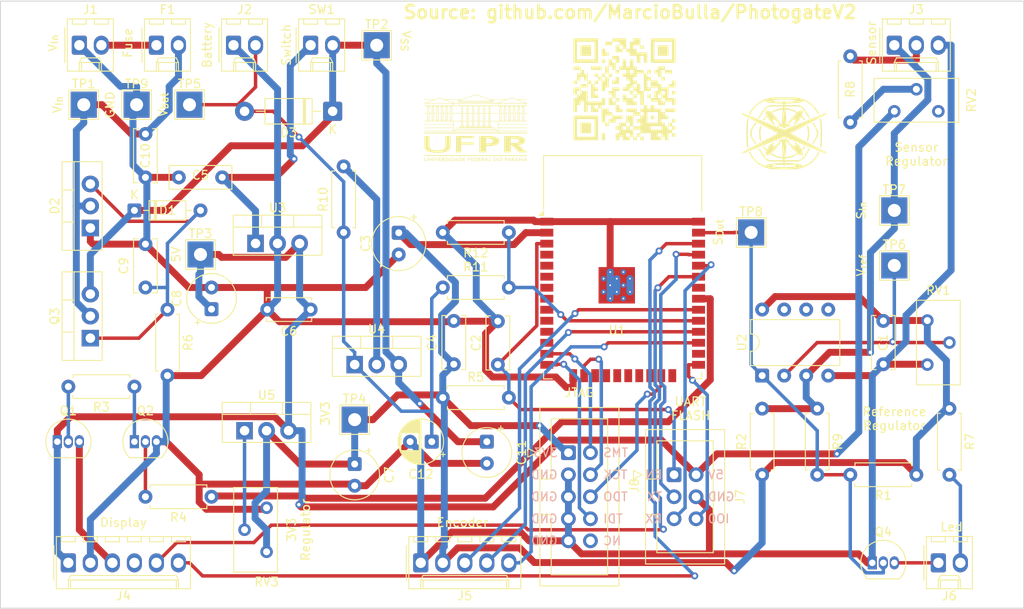
<source format=kicad_pcb>
(kicad_pcb (version 20241229) (generator "pcbnew") (generator_version "9.0")
  (layers (0 "F.Cu" signal) (2 "B.Cu" signal) (13 "F.Paste" user) (15 "B.Paste" user) (5 "F.SilkS" user "F.Silkscreen") (7 "B.SilkS" user "B.Silkscreen") (1 "F.Mask" user) (3 "B.Mask" user) (25 "Edge.Cuts" user))
  (net 0 "")
  (net 1 "/SENSOR")
  (net 2 "GND")
  (net 3 "/EN")
  (net 4 "VSS")
  (net 5 "+3V3")
  (net 6 "+5V")
  (net 7 "Net-(D1-A)")
  (net 8 "Net-(D2-A)")
  (net 9 "VDC")
  (net 10 "/TX")
  (net 11 "/RX")
  (net 12 "/IO0")
  (net 13 "/TMS")
  (net 14 "/TCK")
  (net 15 "/TDO")
  (net 16 "/TDI")
  (net 17 "Net-(J6-Pin_1)")
  (net 18 "Net-(J3-Pin_2)")
  (net 19 "/SDA")
  (net 20 "/SCL")
  (net 21 "/PWM_5V")
  (net 22 "/SW")
  (net 23 "/DT")
  (net 24 "/CLK")
  (net 25 "/PH_K")
  (net 26 "Net-(J6-Pin_2)")
  (net 27 "Net-(Q1-B)")
  (net 28 "Net-(Q2-B)")
  (net 29 "Net-(Q2-C)")
  (net 30 "/PWM_3V3")
  (net 31 "+8V4")
  (net 32 "VDD")
  (net 33 "Net-(R8-Pad2)")
  (net 34 "Net-(U2A--)")
  (net 36 "Net-(U5-ADJ)")
  (net 37 "Net-(D3-A)")
  (net 47 "/V_bat")
  (footprint "Connector_Molex:Molex_KK-254_AE-6410-02A_1x02_P2.54mm_Vertical" (layer "F.Cu") (at 104.14 69.85)
    (property "Reference" "J1")
    (property "Value" "Conn_01x02")
  )
  (footprint "Resistor_THT:R_Axial_DIN0207_L6.3mm_D2.5mm_P7.62mm_Horizontal" (layer "F.Cu") (at 204.47 111.76 -90)
    (property "Reference" "R7")
    (property "Value" "10k")
  )
  (footprint "Connector_IDC:IDC-Header_2x03_P2.54mm_Vertical" (layer "F.Cu") (at 172.72 119.38)
    (property "Reference" "J7")
    (property "Value" "Conn_02x03_Odd_Even")
  )
  (footprint "Potentiometer_THT:Potentiometer_Bourns_3386X_Horizontal" (layer "F.Cu") (at 198.12 77.47 90)
    (property "Reference" "RV2")
    (property "Value" "1k")
  )
  (footprint "Capacitor_THT:CP_Radial_Tantal_D5.5mm_P2.50mm" (layer "F.Cu") (at 151.13 115.57 -90)
    (property "Reference" "C11")
    (property "Value" "10uF")
  )
  (footprint "Diode_THT:D_DO-41_SOD81_P10.16mm_Horizontal" (layer "F.Cu") (at 133.35 77.47 180)
    (property "Reference" "D3")
    (property "Value" "1N4001")
  )
  (footprint "Capacitor_THT:C_Disc_D6.0mm_W2.5mm_P5.00mm" (layer "F.Cu") (at 196.85 101.64 -90)
    (property "Reference" "C1")
    (property "Value" "100nF")
  )
  (footprint "Package_TO_SOT_THT:TO-220-3_Vertical" (layer "F.Cu") (at 123.19 114.3)
    (property "Reference" "U5")
    (property "Value" "LM1117DT-ADJ")
  )
  (footprint "TestPoint:TestPoint_THTPad_3.0x3.0mm_Drill1.5mm" (layer "F.Cu") (at 138.43 69.85)
    (property "Reference" "TP2")
    (property "Value" "TestPoint_Probe")
  )
  (footprint "Capacitor_THT:C_Disc_D6.0mm_W2.5mm_P5.00mm" (layer "F.Cu") (at 111.76 97.79 90)
    (property "Reference" "C9")
    (property "Value" "100nF")
  )
  (footprint "Connector_Molex:Molex_KK-254_AE-6410-02A_1x02_P2.54mm_Vertical" (layer "F.Cu") (at 113.03 69.85)
    (property "Reference" "F1")
    (property "Value" "300mA")
  )
  (footprint "TestPoint:TestPoint_THTPad_3.0x3.0mm_Drill1.5mm" (layer "F.Cu") (at 110.744 76.708)
    (property "Reference" "TP9")
    (property "Value" "TestPoint_Probe")
  )
  (footprint "Capacitor_THT:C_Rect_L7.0mm_W2.5mm_P5.00mm" (layer "F.Cu") (at 120.61 85.09 180)
    (property "Reference" "C5")
    (property "Value" "220nF")
  )
  (footprint "Resistor_THT:R_Axial_DIN0207_L6.3mm_D2.5mm_P7.62mm_Horizontal" (layer "F.Cu") (at 200.66 119.38 180)
    (property "Reference" "R1")
    (property "Value" "10k")
  )
  (footprint "Capacitor_THT:CP_Radial_Tantal_D5.5mm_P2.50mm" (layer "F.Cu") (at 119.38 100.29 90)
    (property "Reference" "C8")
    (property "Value" "10uF")
  )
  (footprint "TestPoint:TestPoint_THTPad_3.0x3.0mm_Drill1.5mm" (layer "F.Cu") (at 118.11 93.98)
    (property "Reference" "TP3")
    (property "Value" "TestPoint_Probe")
  )
  (footprint "LOGO" (layer "F.Cu") (at 167.005 74.93)
    (property "Reference" "QRcode git" (hide yes))
    (property "Value" "LOGO" (hide yes))
  )
  (footprint "Connector_Molex:Molex_KK-254_AE-6410-06A_1x06_P2.54mm_Vertical" (layer "F.Cu") (at 102.87 129.54)
    (property "Reference" "J4")
    (property "Value" "Conn_01x06")
  )
  (footprint "Package_TO_SOT_THT:TO-220-3_Vertical" (layer "F.Cu") (at 105.41 103.632 90)
    (property "Reference" "Q3")
    (property "Value" "IRF4905")
  )
  (footprint "Package_TO_SOT_THT:TO-220-3_Vertical" (layer "F.Cu") (at 105.41 90.932 90)
    (property "Reference" "D2")
    (property "Value" "TIC106")
  )
  (footprint "Resistor_THT:R_Axial_DIN0207_L6.3mm_D2.5mm_P7.62mm_Horizontal" (layer "F.Cu") (at 110.49 109.22 180)
    (property "Reference" "R3")
    (property "Value" "1k")
  )
  (footprint "Capacitor_THT:C_Disc_D6.0mm_W2.5mm_P5.00mm" (layer "F.Cu") (at 111.76 80.09 -90)
    (property "Reference" "C10")
    (property "Value" "100nF")
  )
  (footprint "Connector_Molex:Molex_KK-254_AE-6410-02A_1x02_P2.54mm_Vertical" (layer "F.Cu") (at 121.92 69.85)
    (property "Reference" "J2")
    (property "Value" "Conn_01x02")
  )
  (footprint "Connector_Molex:Molex_KK-254_AE-6410-02A_1x02_P2.54mm_Vertical" (layer "F.Cu") (at 203.2 129.54)
    (property "Reference" "J6")
    (property "Value" "Conn_01x02")
  )
  (footprint "Capacitor_THT:CP_Radial_D5.0mm_P2.50mm" (layer "F.Cu") (at 144.78 115.57 180)
    (property "Reference" "C12")
    (property "Value" "100uF")
  )
  (footprint "Resistor_THT:R_Axial_DIN0207_L6.3mm_D2.5mm_P7.62mm_Horizontal" (layer "F.Cu") (at 189.23 111.76 -90)
    (property "Reference" "R9")
    (property "Value" "50k")
  )
  (footprint "Package_TO_SOT_THT:TO-220-3_Vertical" (layer "F.Cu") (at 135.89 106.68)
    (property "Reference" "U4")
    (property "Value" "LM1117DT-ADJ")
  )
  (footprint "Connector_Molex:Molex_KK-254_AE-6410-02A_1x02_P2.54mm_Vertical" (layer "F.Cu") (at 130.81 69.85)
    (property "Reference" "SW1")
    (property "Value" "Switch")
  )
  (footprint "TestPoint:TestPoint_THTPad_3.0x3.0mm_Drill1.5mm" (layer "F.Cu") (at 104.648 76.708)
    (property "Reference" "TP1")
    (property "Value" "TestPoint_Probe")
  )
  (footprint "Package_TO_SOT_THT:TO-92_Inline" (layer "F.Cu") (at 110.49 115.57)
    (property "Reference" "Q2")
    (property "Value" "2n2222")
  )
  (footprint "Capacitor_THT:C_Disc_D6.0mm_W2.5mm_P5.00mm" (layer "F.Cu") (at 147.32 106.64 90)
    (property "Reference" "C4")
    (property "Value" "100nF")
  )
  (footprint "TestPoint:TestPoint_THTPad_3.0x3.0mm_Drill1.5mm" (layer "F.Cu") (at 198.12 95.25)
    (property "Reference" "TP6")
    (property "Value" "TestPoint_Probe")
  )
  (footprint "Resistor_THT:R_Axial_DIN0207_L6.3mm_D2.5mm_P7.62mm_Horizontal" (layer "F.Cu") (at 153.67 91.44 180)
    (property "Reference" "R12")
    (property "Value" "6k8")
  )
  (footprint "Capacitor_THT:CP_Radial_Tantal_D5.5mm_P2.50mm" (layer "F.Cu") (at 135.89 118.15 -90)
    (property "Reference" "C7")
    (property "Value" "100uF")
  )
  (footprint "Resistor_THT:R_Axial_DIN0207_L6.3mm_D2.5mm_P7.62mm_Horizontal" (layer "F.Cu") (at 134.62 91.44 90)
    (property "Reference" "R10")
    (property "Value" "12")
  )
  (footprint "TestPoint:TestPoint_THTPad_3.0x3.0mm_Drill1.5mm" (layer "F.Cu") (at 116.84 76.708)
    (property "Reference" "TP5")
    (property "Value" "TestPoint_Probe")
  )
  (footprint "Resistor_THT:R_Axial_DIN0207_L6.3mm_D2.5mm_P7.62mm_Horizontal" (layer "F.Cu") (at 146.05 97.79)
    (property "Reference" "R11")
    (property "Value" "20k")
  )
  (footprint "Resistor_THT:R_Axial_DIN0207_L6.3mm_D2.5mm_P7.62mm_Horizontal" (layer "F.Cu") (at 193.04 71.12 -90)
    (property "Reference" "R8")
    (property "Value" "150")
  )
  (footprint "Resistor_THT:R_Axial_DIN0207_L6.3mm_D2.5mm_P7.62mm_Horizontal" (layer "F.Cu") (at 146.05 110.49)
    (property "Reference" "R5")
    (property "Value" "10k")
  )
  (footprint "Capacitor_THT:CP_Radial_Tantal_D6.0mm_P2.50mm" (layer "F.Cu") (at 140.97 91.48 -90)
    (property "Reference" "C3")
    (property "Value" "22uF")
  )
  (footprint "Capacitor_THT:C_Disc_D6.0mm_W2.5mm_P5.00mm" (layer "F.Cu") (at 152.4 106.68 90)
    (property "Reference" "C2")
    (property "Value" "100nF")
  )
  (footprint "Capacitor_THT:C_Disc_D5.0mm_W2.5mm_P5.00mm" (layer "F.Cu") (at 130.81 100.33 180)
    (property "Reference" "C6")
    (property "Value" "100nF")
  )
  (footprint "Package_TO_SOT_THT:TO-92_Inline" (layer "F.Cu") (at 195.58 129.54)
    (property "Reference" "Q4")
    (property "Value" "2N7000")
  )
  (footprint "Potentiometer_THT:Potentiometer_Bourns_3386X_Horizontal" (layer "F.Cu") (at 125.73 128.27 180)
    (property "Reference" "RV3")
    (property "Value" "1k")
  )
  (footprint "Package_TO_SOT_THT:TO-92_Inline" (layer "F.Cu") (at 101.6 115.57)
    (property "Reference" "Q1")
    (property "Value" "2N2907")
  )
  (footprint "Package_DIP:DIP-8_W7.62mm" (layer "F.Cu") (at 182.88 107.95 90)
    (property "Reference" "U2")
    (property "Value" "LM393")
  )
  (footprint "TestPoint:TestPoint_THTPad_3.0x3.0mm_Drill1.5mm" (layer "F.Cu") (at 181.61 91.44)
    (property "Reference" "TP8")
    (property "Value" "TestPoint_Probe")
  )
  (footprint "Package_TO_SOT_THT:TO-220-3_Vertical" (layer "F.Cu") (at 124.46 92.71)
    (property "Reference" "U3")
    (property "Value" "LM7805_TO220")
  )
  (footprint "Connector_Molex:Molex_KK-254_AE-6410-05A_1x05_P2.54mm_Vertical" (layer "F.Cu") (at 143.51 129.54)
    (property "Reference" "J5")
    (property "Value" "Conn_01x05")
  )
  (footprint "Diode_THT:D_DO-35_SOD27_P7.62mm_Horizontal" (layer "F.Cu") (at 110.49 88.9)
    (property "Reference" "D1")
    (property "Value" "13V")
  )
  (footprint "RF_Module:ESP32-WROOM-32" (layer "F.Cu") (at 166.795 98.445)
    (property "Reference" "U1")
    (property "Value" "ESP32-WROOM-32U")
  )
  (footprint "TestPoint:TestPoint_THTPad_3.0x3.0mm_Drill1.5mm" (layer "F.Cu") (at 135.89 113.03)
    (property "Reference" "TP4")
    (property "Value" "TestPoint_Probe")
  )
  (footprint "Resistor_THT:R_Axial_DIN0207_L6.3mm_D2.5mm_P7.62mm_Horizontal" (layer "F.Cu") (at 114.3 100.33 -90)
    (property "Reference" "R6")
    (property "Value" "1k")
  )
  (footprint "Resistor_THT:R_Axial_DIN0207_L6.3mm_D2.5mm_P7.62mm_Horizontal" (layer "F.Cu") (at 182.88 119.38 90)
    (property "Reference" "R2")
    (property "Value" "10k")
  )
  (footprint "Connector_Molex:Molex_KK-254_AE-6410-03A_1x03_P2.54mm_Vertical" (layer "F.Cu") (at 198.12 69.85)
    (property "Reference" "J3")
    (property "Value" "Conn_01x03")
  )
  (footprint "Connector_IDC:IDC-Header_2x05_P2.54mm_Vertical" (layer "F.Cu") (at 160.5375 116.84)
    (property "Reference" "J8")
    (property "Value" "Conn_02x05_Odd_Even")
  )
  (footprint "Potentiometer_THT:Potentiometer_Bourns_3386X_Horizontal" (layer "F.Cu") (at 201.93 101.6)
    (property "Reference" "RV1")
    (property "Value" "10k")
  )
  (footprint "LOGO" (layer "F.Cu") (at 185.42 80.01)
    (property "Reference" "logo2" (hide yes))
    (property "Value" "Lorxi" (hide yes))
  )
  (footprint "TestPoint:TestPoint_THTPad_3.0x3.0mm_Drill1.5mm" (layer "F.Cu") (at 198.12 88.9)
    (property "Reference" "TP7")
    (property "Value" "TestPoint_Probe")
  )
  (footprint "Resistor_THT:R_Axial_DIN0207_L6.3mm_D2.5mm_P7.62mm_Horizontal" (layer "F.Cu") (at 119.38 121.92 180)
    (property "Reference" "R4")
    (property "Value" "1k")
  )
  (footprint "LOGO" (layer "F.Cu") (at 149.86 79.375)
    (property "Reference" "logo1" (hide yes))
    (property "Value" "UFPR" (hide yes))
  )
  (gr_rect (start 95.04 64.77) (end 213.04 134.77) (stroke (width 0.1)) (fill no) (layer "Edge.Cuts"))
  (gr_text "Reference\nRegulator" (at 198.12 114.3 0) (layer "F.SilkS") (effects (font (size 1 1)) (justify bottom)))
  (gr_text "5V" (at 115.316 93.98 90) (layer "F.SilkS") (effects (font (size 1 1))))
  (gr_text "V_{ref}" (at 194.31 95.25 90) (layer "F.SilkS") (effects (font (size 1 1))))
  (gr_text "S_{Out}" (at 177.8 91.44 90) (layer "F.SilkS") (effects (font (size 1 1))))
  (gr_text "V_{SS}" (at 141.224 68.072 270) (layer "F.SilkS") (effects (font (size 1 1)) (justify left bottom)))
  (gr_text "V_{In}" (at 101.6 76.708 90) (layer "F.SilkS") (effects (font (size 1 1))))
  (gr_text "Display" (at 109.22 125.476 0) (layer "F.SilkS") (effects (font (size 1 1)) (justify bottom)))
  (gr_text "GND" (at 107.696 76.708 90) (layer "F.SilkS") (effects (font (size 1 1))))
  (gr_text "Sensor\nRegulator" (at 200.66 83.82 0) (layer "F.SilkS") (effects (font (size 1 1)) (justify bottom)))
  (gr_text "V_{bat}" (at 113.792 76.708 90) (layer "F.SilkS") (effects (font (size 1 1))))
  (gr_text "Fuse" (at 109.728 69.596 90) (layer "F.SilkS") (effects (font (size 1 1))))
  (gr_text "Sensor" (at 196.088 69.596 90) (layer "F.SilkS") (effects (font (size 1 1)) (justify bottom)))
  (gr_text "Switch" (at 128.016 69.83 90) (layer "F.SilkS") (effects (font (size 1 1))))
  (gr_text "Battery" (at 118.872 69.83 90) (layer "F.SilkS") (effects (font (size 1 1))))
  (gr_text "V_{In}" (at 101.092 69.596 90) (layer "F.SilkS") (effects (font (size 1 1))))
  (gr_text "JTAG" (at 161.8075 110.49 0) (layer "F.SilkS") (effects (font (size 1 1)) (justify bottom)))
  (gr_text "UART\nFLASH" (at 174.625 111.76 0) (layer "F.SilkS") (effects (font (size 1 1))))
  (gr_text "Source: github.com/MarcioBulla/PhotogateV2" (at 167.64 66.04 0) (layer "F.SilkS") (effects (font (size 1.5 1.5) (thickness 0.3) (bold yes))))
  (gr_text "3V3\nRegulator" (at 130.81 125.73 90) (layer "F.SilkS") (effects (font (size 1 1)) (justify bottom)))
  (gr_text "Encoder" (at 148.336 125.476 0) (layer "F.SilkS") (effects (font (size 1 1)) (justify bottom)))
  (gr_text "3V3" (at 133.096 113.792 90) (layer "F.SilkS") (effects (font (size 1 1)) (justify left bottom)))
  (gr_text "Led" (at 204.724 125.984 0) (layer "F.SilkS") (effects (font (size 1 1)) (justify bottom)))
  (gr_text "S_{In}" (at 194.31 88.9 90) (layer "F.SilkS") (effects (font (size 1 1))))
  (gr_text "TMS" (at 164.465 116.84 0) (layer "B.SilkS") (effects (font (size 1 1)) (justify right mirror)))
  (gr_text "EN" (at 171.45 119.38 0) (layer "B.SilkS") (effects (font (size 1 1)) (justify left mirror)))
  (gr_text "3V3" (at 159.385 116.84 0) (layer "B.SilkS") (effects (font (size 1 1)) (justify left mirror)))
  (gr_text "GND" (at 159.385 119.38 0) (layer "B.SilkS") (effects (font (size 1 1)) (justify left mirror)))
  (gr_text "GND" (at 176.53 121.92 0) (layer "B.SilkS") (effects (font (size 1 1)) (justify right mirror)))
  (gr_text "RX" (at 171.45 124.46 0) (layer "B.SilkS") (effects (font (size 1 1)) (justify left mirror)))
  (gr_text "TCK" (at 164.465 119.38 0) (layer "B.SilkS") (effects (font (size 1 1)) (justify right mirror)))
  (gr_text "TDI" (at 164.465 124.46 0) (layer "B.SilkS") (effects (font (size 1 1)) (justify right mirror)))
  (gr_text "GND" (at 159.385 127 0) (layer "B.SilkS") (effects (font (size 1 1)) (justify left mirror)))
  (gr_text "5V" (at 176.53 119.38 0) (layer "B.SilkS") (effects (font (size 1 1)) (justify right mirror)))
  (gr_text "TX" (at 171.45 121.92 0) (layer "B.SilkS") (effects (font (size 1 1)) (justify left mirror)))
  (gr_text "GND" (at 159.385 121.92 0) (layer "B.SilkS") (effects (font (size 1 1)) (justify left mirror)))
  (gr_text "NC" (at 164.465 127 0) (layer "B.SilkS") (effects (font (size 1 1)) (justify right mirror)))
  (gr_text "GND" (at 159.385 124.46 0) (layer "B.SilkS") (effects (font (size 1 1)) (justify left mirror)))
  (gr_text "TDO" (at 164.465 121.92 0) (layer "B.SilkS") (effects (font (size 1 1)) (justify right mirror)))
  (gr_text "IO0" (at 176.53 124.46 0) (layer "B.SilkS") (effects (font (size 1 1)) (justify right mirror)))
  (segment (start 179.6833 91.465) (end 179.7083 91.44) (width 0.4) (layer "F.Cu") (net 1))
  (segment (start 189.23 119.38) (end 193.04 119.38) (width 0.4) (layer "F.Cu") (net 1))
  (segment (start 181.61 91.44) (end 179.7083 91.44) (width 0.4) (layer "F.Cu") (net 1))
  (segment (start 175.545 91.465) (end 179.6833 91.465) (width 0.4) (layer "F.Cu") (net 1))
  (segment (start 193.04 128.8656) (end 193.04 119.38) (width 0.4) (layer "B.Cu") (net 1))
  (segment (start 181.61 106.68) (end 182.88 107.95) (width 0.4) (layer "B.Cu") (net 1))
  (segment (start 196.85 129.54) (end 196.85 130.6917) (width 0.4) (layer "B.Cu") (net 1))
  (segment (start 196.85 130.6917) (end 194.8661 130.6917) (width 0.4) (layer "B.Cu") (net 1))
  (segment (start 182.88 107.95) (end 189.23 114.3) (width 0.4) (layer "B.Cu") (net 1))
  (segment (start 194.8661 130.6917) (end 193.04 128.8656) (width 0.4) (layer "B.Cu") (net 1))
  (segment (start 189.23 114.3) (end 189.23 119.38) (width 0.4) (layer "B.Cu") (net 1))
  (segment (start 181.61 91.44) (end 181.61 106.68) (width 0.4) (layer "B.Cu") (net 1))
  (segment (start 196.85 106.64) (end 201.89 106.64) (width 0.8) (layer "F.Cu") (net 2))
  (segment (start 118.7989 123.364) (end 125.556 123.364) (width 0.8) (layer "F.Cu") (net 2))
  (segment (start 158.045 90.195) (end 156.6933 90.195) (width 0.8) (layer "F.Cu") (net 2))
  (segment (start 160.5375 127) (end 156.0103 127) (width 0.8) (layer "F.Cu") (net 2))
  (segment (start 164.59 96.01) (end 165.3525 96.01) (width 0.8) (layer "F.Cu") (net 2))
  (segment (start 119.38 97.79) (end 116.76 97.79) (width 0.8) (layer "F.Cu") (net 2))
  (segment (start 114.1567 115.57) (end 117.9596 119.3729) (width 0.8) (layer "F.Cu") (net 2))
  (segment (start 176.7971 123.4571) (end 175.26 121.92) (width 0.8) (layer "F.Cu") (net 2))
  (segment (start 165.3525 97.535) (end 166.115 97.535) (width 0.8) (layer "F.Cu") (net 2))
  (segment (start 167.64 98.2975) (end 166.115 98.2975) (width 0.8) (layer "F.Cu") (net 2))
  (segment (start 155.0086 125.9983) (end 147.0517 125.9983) (width 0.8) (layer "F.Cu") (net 2))
  (segment (start 135.89 120.65) (end 137.2 120.65) (width 0.8) (layer "F.Cu") (net 2))
  (segment (start 125.81 97.79) (end 119.38 97.79) (width 0.8) (layer "F.Cu") (net 2))
  (segment (start 105.41 90.932) (end 105.41 92.4862) (width 0.8) (layer "F.Cu") (net 2))
  (segment (start 164.59 97.535) (end 165.3525 97.535) (width 0.8) (layer "F.Cu") (net 2))
  (segment (start 166.115 96.01) (end 165.3525 96.01) (width 0.8) (layer "F.Cu") (net 2))
  (segment (start 166.8775 99.06) (end 167.64 99.06) (width 0.8) (layer "F.Cu") (net 2))
  (segment (start 201.89 106.64) (end 201.93 106.68) (width 0.8) (layer "F.Cu") (net 2))
  (segment (start 190.5 107.95) (end 195.54 107.95) (width 0.8) (layer "F.Cu") (net 2))
  (segment (start 166.115 97.535) (end 166.8775 97.535) (width 0.8) (layer "F.Cu") (net 2))
  (segment (start 161.085 109.3067) (end 160.2963 109.3067) (width 0.8) (layer "F.Cu") (net 2))
  (segment (start 160.2963 109.3067) (end 159.0987 108.1091) (width 0.8) (layer "F.Cu") (net 2))
  (segment (start 166.115 98.2975) (end 164.59 98.2975) (width 0.8) (layer "F.Cu") (net 2))
  (segment (start 117.9596 120.4617) (end 117.9596 122.5247) (width 0.8) (layer "F.Cu") (net 2))
  (segment (start 156.5234 90.0251) (end 156.6933 90.195) (width 0.8) (layer "F.Cu") (net 2))
  (segment (start 144.78 118.07) (end 142.28 115.57) (width 0.8) (layer "F.Cu") (net 2))
  (segment (start 193.9833 128.5066) (end 176.7971 128.5066) (width 0.8) (layer "F.Cu") (net 2))
  (segment (start 165.3525 99.06) (end 166.115 99.06) (width 0.8) (layer "F.Cu") (net 2))
  (segment (start 147.0517 125.9983) (end 143.51 129.54) (width 0.8) (layer "F.Cu") (net 2))
  (segment (start 166.8775 97.535) (end 167.64 97.535) (width 0.8) (layer "F.Cu") (net 2))
  (segment (start 165.3525 90.195) (end 158.045 90.195) (width 0.8) (layer "F.Cu") (net 2))
  (segment (start 127.2117 101.7317) (end 147.2283 101.7317) (width 0.8) (layer "F.Cu") (net 2))
  (segment (start 159.0987 108.1091) (end 151.7826 108.1091) (width 0.8) (layer "F.Cu") (net 2))
  (segment (start 195.58 129.54) (end 195.0167 129.54) (width 0.8) (layer "F.Cu") (net 2))
  (segment (start 117.9596 122.5247) (end 118.7989 123.364) (width 0.8) (layer "F.Cu") (net 2))
  (segment (start 117.9596 120.4617) (end 135.7017 120.4617) (width 0.8) (layer "F.Cu") (net 2))
  (segment (start 137.16 97.79) (end 125.81 97.79) (width 0.8) (layer "F.Cu") (net 2))
  (segment (start 162.0441 128.5066) (end 160.5375 127) (width 0.8) (layer "F.Cu") (net 2))
  (segment (start 116.76 97.79) (end 111.76 92.79) (width 0.8) (layer "F.Cu") (net 2))
  (segment (start 164.59 96.7725) (end 166.115 96.7725) (width 0.8) (layer "F.Cu") (net 2))
  (segment (start 115.61 85.09) (end 111.76 85.09) (width 0.8) (layer "F.Cu") (net 2))
  (segment (start 167.64 96.01) (end 166.8775 96.01) (width 0.8) (layer "F.Cu") (net 2))
  (segment (start 105.7138 92.79) (end 105.41 92.4862) (width 0.8) (layer "F.Cu") (net 2))
  (segment (start 161.085 107.955) (end 161.085 109.3067) (width 0.8) (layer "F.Cu") (net 2))
  (segment (start 147.2283 101.7317) (end 147.32 101.64) (width 0.8) (layer "F.Cu") (net 2))
  (segment (start 140.97 93.98) (end 137.16 97.79) (width 0.8) (layer "F.Cu") (net 2))
  (segment (start 175.545 90.195) (end 165.3525 90.195) (width 0.8) (layer "F.Cu") (net 2))
  (segment (start 166.8775 99.06) (end 166.115 99.06) (width 0.8) (layer "F.Cu") (net 2))
  (segment (start 195.0167 129.54) (end 193.9833 128.5066) (width 0.8) (layer "F.Cu") (net 2))
  (segment (start 156.0103 127) (end 155.0086 125.9983) (width 0.8) (layer "F.Cu") (net 2))
  (segment (start 135.7017 120.4617) (end 135.89 120.65) (width 0.8) (layer "F.Cu") (net 2))
  (segment (start 151.7826 108.1091) (end 150.9874 107.3139) (width 0.8) (layer "F.Cu") (net 2))
  (segment (start 165.3525 90.195) (end 165.3525 96.01) (width 0.8) (layer "F.Cu") (net 2))
  (segment (start 195.54 107.95) (end 196.85 106.64) (width 0.8) (layer "F.Cu") (net 2))
  (segment (start 176.7971 128.5066) (end 176.7971 123.4571) (width 0.8) (layer "F.Cu") (net 2))
  (segment (start 152.4 101.68) (end 147.36 101.68) (width 0.8) (layer "F.Cu") (net 2))
  (segment (start 125.81 100.33) (end 127.2117 101.7317) (width 0.8) (layer "F.Cu") (net 2))
  (segment (start 114.3 107.95) (end 118.19 107.95) (width 0.8) (layer "F.Cu") (net 2))
  (segment (start 164.59 99.06) (end 165.3525 99.06) (width 0.8) (layer "F.Cu") (net 2))
  (segment (start 117.9596 119.3729) (end 117.9596 120.4617) (width 0.8) (layer "F.Cu") (net 2))
  (segment (start 125.556 123.364) (end 125.73 123.19) (width 0.8) (layer "F.Cu") (net 2))
  (segment (start 147.4649 90.0251) (end 156.5234 90.0251) (width 0.8) (layer "F.Cu") (net 2))
  (segment (start 176.7971 128.5066) (end 162.0441 128.5066) (width 0.8) (layer "F.Cu") (net 2))
  (segment (start 111.76 92.79) (end 105.7138 92.79) (width 0.8) (layer "F.Cu") (net 2))
  (segment (start 150.9874 107.3139) (end 150.9874 103.0926) (width 0.8) (layer "F.Cu") (net 2))
  (segment (start 125.81 100.33) (end 125.81 97.79) (width 0.8) (layer "F.Cu") (net 2))
  (segment (start 137.2 120.65) (end 142.28 115.57) (width 0.8) (layer "F.Cu") (net 2))
  (segment (start 146.05 91.44) (end 147.4649 90.0251) (width 0.8) (layer "F.Cu") (net 2))
  (segment (start 113.03 115.57) (end 114.1567 115.57) (width 0.8) (layer "F.Cu") (net 2))
  (segment (start 150.9874 103.0926) (end 152.4 101.68) (width 0.8) (layer "F.Cu") (net 2))
  (segment (start 166.115 96.01) (end 166.8775 96.01) (width 0.8) (layer "F.Cu") (net 2))
  (segment (start 118.19 107.95) (end 125.81 100.33) (width 0.8) (layer "F.Cu") (net 2))
  (segment (start 147.36 101.68) (end 147.32 101.64) (width 0.8) (layer "F.Cu") (net 2))
  (segment (start 151.13 118.07) (end 144.78 118.07) (width 0.8) (layer "F.Cu") (net 2))
  (segment (start 104.14 69.85) (end 108.8963 74.6063) (width 0.8) (layer "B.Cu") (net 2))
  (segment (start 204.6717 95.7985) (end 199.4666 101.0036) (width 0.8) (layer "B.Cu") (net 2))
  (segment (start 114.1567 115.57) (end 114.1567 108.0933) (width 0.8) (layer "B.Cu") (net 2))
  (segment (start 108.8963 74.6063) (end 110.744 74.6063) (width 0.8) (layer "B.Cu") (net 2))
  (segment (start 160.5375 124.46) (end 160.5375 127) (width 0.8) (layer "B.Cu") (net 2))
  (segment (start 166.115 96.7725) (end 166.115 97.535) (width 0.8) (layer "B.Cu") (net 2))
  (segment (start 165.3525 99.06) (end 165.3525 97.535) (width 0.8) (layer "B.Cu") (net 2))
  (segment (start 160.5375 121.92) (end 160.5375 124.46) (width 0.8) (layer "B.Cu") (net 2))
  (segment (start 113.03 115.57) (end 114.1567 115.57) (width 0.8) (layer "B.Cu") (net 2))
  (segment (start 167.64 96.7725) (end 167.64 98.2975) (width 0.8) (layer "B.Cu") (net 2))
  (segment (start 113.03 115.57) (end 113.03 116.9217) (width 0.8) (layer "B.Cu") (net 2))
  (segment (start 127 99.14) (end 127 92.71) (width 0.8) (layer "B.Cu") (net 2))
  (segment (start 203.2 69.85) (end 204.6717 69.85) (width 0.8) (layer "B.Cu") (net 2))
  (segment (start 121.92 69.85) (end 127 74.93) (width 0.8) (layer "B.Cu") (net 2))
  (segment (start 165.3525 97.535) (end 166.115 97.535) (width 0.8) (layer "B.Cu") (net 2))
  (segment (start 204.6717 69.85) (end 204.6717 95.7985) (width 0.8) (layer "B.Cu") (net 2))
  (segment (start 195.58 107.91) (end 196.85 106.64) (width 0.8) (layer "B.Cu") (net 2))
  (segment (start 143.51 116.8) (end 142.28 115.57) (width 0.8) (layer "B.Cu") (net 2))
  (segment (start 166.115 97.535) (end 166.115 98.2975) (width 0.8) (layer "B.Cu") (net 2))
  (segment (start 199.4666 104.0234) (end 196.85 106.64) (width 0.8) (layer "B.Cu") (net 2))
  (segment (start 149.9102 99.1902) (end 152.4 101.68) (width 0.8) (layer "B.Cu") (net 2))
  (segment (start 111.9231 85.2531) (end 111.9231 92.6269) (width 0.8) (layer "B.Cu") (net 2))
  (segment (start 143.51 129.54) (end 143.51 116.8) (width 0.8) (layer "B.Cu") (net 2))
  (segment (start 165.3525 96.01) (end 165.3525 97.535) (width 0.8) (layer "B.Cu") (net 2))
  (segment (start 195.58 129.54) (end 195.58 107.91) (width 0.8) (layer "B.Cu") (net 2))
  (segment (start 125.81 100.33) (end 127 99.14) (width 0.8) (layer "B.Cu") (net 2))
  (segment (start 111.76 85.09) (end 111.9231 85.2531) (width 0.8) (layer "B.Cu") (net 2))
  (segment (start 105.41 124.5417) (end 105.41 129.54) (width 0.8) (layer "B.Cu") (net 2))
  (segment (start 199.4666 101.0036) (end 199.4666 104.0234) (width 0.8) (layer "B.Cu") (net 2))
  (segment (start 110.3229 76.0782) (end 110.3229 83.6529) (width 0.8) (layer "B.Cu") (net 2))
  (segment (start 110.744 75.6571) (end 110.744 74.6063) (width 0.8) (layer "B.Cu") (net 2))
  (segment (start 114.1567 108.0933) (end 114.3 107.95) (width 0.8) (layer "B.Cu") (net 2))
  (segment (start 110.744 75.6571) (end 110.3229 76.0782) (width 0.8) (layer "B.Cu") (net 2))
  (segment (start 113.03 116.9217) (end 105.41 124.5417) (width 0.8) (layer "B.Cu") (net 2))
  (segment (start 110.3229 83.6529) (end 111.76 85.09) (width 0.8) (layer "B.Cu") (net 2))
  (segment (start 160.5375 119.38) (end 160.5375 121.92) (width 0.8) (layer "B.Cu") (net 2))
  (segment (start 127 74.93) (end 127 92.71) (width 0.8) (layer "B.Cu") (net 2))
  (segment (start 146.05 91.44) (end 149.9102 95.3002) (width 0.8) (layer "B.Cu") (net 2))
  (segment (start 149.9102 95.3002) (end 149.9102 99.1902) (width 0.8) (layer "B.Cu") (net 2))
  (segment (start 111.9231 92.6269) (end 111.76 92.79) (width 0.8) (layer "B.Cu") (net 2))
  (segment (start 110.744 76.708) (end 110.744 75.6571) (width 0.8) (layer "B.Cu") (net 2))
  (segment (start 155.0451 111.8651) (end 172.0529 111.8651) (width 0.4) (layer "F.Cu") (net 3))
  (segment (start 158.045 92.735) (end 156.8933 92.735) (width 0.4) (layer "F.Cu") (net 3))
  (segment (start 156.8933 102.1867) (end 152.4 106.68) (width 0.4) (layer "F.Cu") (net 3))
  (segment (start 156.8933 92.735) (end 156.8933 102.1867) (width 0.4) (layer "F.Cu") (net 3))
  (segment (start 153.67 110.49) (end 155.0451 111.8651) (width 0.4) (layer "F.Cu") (net 3))
  (via (at 172.0529 111.8651) (size 0.8) (drill 0.4) (layers "F.Cu" "B.Cu") (net 3))
  (segment (start 172.72 112.5322) (end 172.72 119.38) (width 0.4) (layer "B.Cu") (net 3))
  (segment (start 152.4 106.68) (end 153.67 107.95) (width 0.4) (layer "B.Cu") (net 3))
  (segment (start 153.67 107.95) (end 153.67 110.49) (width 0.4) (layer "B.Cu") (net 3))
  (segment (start 172.0529 111.8651) (end 172.72 112.5322) (width 0.4) (layer "B.Cu") (net 3))
  (segment (start 133.35 77.9788) (end 133.35 77.47) (width 0.8) (layer "F.Cu") (net 4))
  (segment (start 147.79 115.57) (end 143.4 111.18) (width 0.8) (layer "F.Cu") (net 4))
  (segment (start 121.618 81.4465) (end 129.8823 81.4465) (width 0.8) (layer "F.Cu") (net 4))
  (segment (start 133.35 69.85) (end 138.43 69.85) (width 0.8) (layer "F.Cu") (net 4))
  (segment (start 129.8823 81.4465) (end 133.35 77.9788) (width 0.8) (layer "F.Cu") (net 4))
  (segment (start 151.13 115.57) (end 147.79 115.57) (width 0.8) (layer "F.Cu") (net 4))
  (segment (start 110.49 88.9) (end 114.1645 88.9) (width 0.8) (layer "F.Cu") (net 4))
  (segment (start 114.1645 88.9) (end 121.618 81.4465) (width 0.8) (layer "F.Cu") (net 4))
  (via (at 143.4 111.18) (size 0.8) (drill 0.4) (layers "F.Cu" "B.Cu") (net 4))
  (segment (start 138.43 71.9517) (end 139.5 73.0217) (width 0.8) (layer "B.Cu") (net 4))
  (segment (start 105.41 98.552) (end 105.41 93.98) (width 0.8) (layer "B.Cu") (net 4))
  (segment (start 133.35 77.47) (end 133.35 69.85) (width 0.8) (layer "B.Cu") (net 4))
  (segment (start 139.5 73.0217) (end 139.5 105.21) (width 0.8) (layer "B.Cu") (net 4))
  (segment (start 143.4 111.18) (end 140.97 108.75) (width 0.8) (layer "B.Cu") (net 4))
  (segment (start 138.43 69.85) (end 138.43 71.9517) (width 0.8) (layer "B.Cu") (net 4))
  (segment (start 140.97 108.75) (end 140.97 106.68) (width 0.8) (layer "B.Cu") (net 4))
  (segment (start 105.41 93.98) (end 110.49 88.9) (width 0.8) (layer "B.Cu") (net 4))
  (segment (start 139.5 105.21) (end 140.97 106.68) (width 0.8) (layer "B.Cu") (net 4))
  (segment (start 199.2575 117.9775) (end 184.2825 117.9775) (width 0.8) (layer "F.Cu") (net 5))
  (segment (start 194.0501 98.8401) (end 196.85 101.64) (width 0.8) (layer "F.Cu") (net 5))
  (segment (start 135.89 118.15) (end 129.58 118.15) (width 0.8) (layer "F.Cu") (net 5))
  (segment (start 196.89 101.6) (end 196.85 101.64) (width 0.8) (layer "F.Cu") (net 5))
  (segment (start 155.6273 91.465) (end 155.6273 91.4651) (width 0.8) (layer "F.Cu") (net 5))
  (segment (start 146.05 110.49) (end 145.7383 110.1783) (width 0.8) (layer "F.Cu") (net 5))
  (segment (start 149.2775 113.7175) (end 146.05 110.49) (width 0.8) (layer "F.Cu") (net 5))
  (segment (start 178.7033 129.5083) (end 156.6018 129.5083) (width 0.8) (layer "F.Cu") (net 5))
  (segment (start 182.88 100.33) (end 184.3699 98.8401) (width 0.8) (layer "F.Cu") (net 5))
  (segment (start 154.9062 127.8127) (end 147.7773 127.8127) (width 0.8) (layer "F.Cu") (net 5))
  (segment (start 184.2825 117.9775) (end 182.88 119.38) (width 0.8) (layer "F.Cu") (net 5))
  (segment (start 156.6018 129.5083) (end 154.9062 127.8127) (width 0.8) (layer "F.Cu") (net 5))
  (segment (start 201.93 101.6) (end 196.89 101.6) (width 0.8) (layer "F.Cu") (net 5))
  (segment (start 155.6273 91.4651) (end 154.2507 92.8417) (width 0.8) (layer "F.Cu") (net 5))
  (segment (start 154.2507 92.8417) (end 142.3317 92.8417) (width 0.8) (layer "F.Cu") (net 5))
  (segment (start 157.2025 113.7175) (end 149.2775 113.7175) (width 0.8) (layer "F.Cu") (net 5))
  (segment (start 135.89 113.03) (end 137.9917 113.03) (width 0.8) (layer "F.Cu") (net 5))
  (segment (start 147.7773 127.8127) (end 146.05 129.54) (width 0.8) (layer "F.Cu") (net 5))
  (segment (start 129.58 118.15) (end 125.73 114.3) (width 0.8) (layer "F.Cu") (net 5))
  (segment (start 145.7383 110.1783) (end 140.8434 110.1783) (width 0.8) (layer "F.Cu") (net 5))
  (segment (start 184.3699 98.8401) (end 194.0501 98.8401) (width 0.8) (layer "F.Cu") (net 5))
  (segment (start 200.66 119.38) (end 199.2575 117.9775) (width 0.8) (layer "F.Cu") (net 5))
  (segment (start 142.3317 92.8417) (end 140.97 91.48) (width 0.8) (layer "F.Cu") (net 5))
  (segment (start 179.65 130.455) (end 178.7033 129.5083) (width 0.8) (layer "F.Cu") (net 5))
  (segment (start 140.8434 110.1783) (end 137.9917 113.03) (width 0.8) (layer "F.Cu") (net 5))
  (segment (start 158.045 91.465) (end 155.6273 91.465) (width 0.8) (layer "F.Cu") (net 5))
  (via (at 157.2025 113.7175) (size 0.8) (drill 0.4) (layers "F.Cu" "B.Cu") (net 5))
  (via (at 179.65 130.455) (size 0.8) (drill 0.4) (layers "F.Cu" "B.Cu") (net 5))
  (segment (start 160.325 116.84) (end 157.2025 113.7175) (width 0.8) (layer "B.Cu") (net 5))
  (segment (start 135.89 118.15) (end 135.89 113.03) (width 0.8) (layer "B.Cu") (net 5))
  (segment (start 146.05 127.8433) (end 146.2286 127.6647) (width 0.8) (layer "B.Cu") (net 5))
  (segment (start 146.05 107.91) (end 146.05 110.49) (width 0.8) (layer "B.Cu") (net 5))
  (segment (start 147.5052 97.209) (end 147.5052 99.3964) (width 0.8) (layer "B.Cu") (net 5))
  (segment (start 125.73 121.2896) (end 124.4083 122.6113) (width 0.8) (layer "B.Cu") (net 5))
  (segment (start 204.1304 111.76) (end 204.1304 106.2204) (width 0.8) (layer "B.Cu") (net 5))
  (segment (start 201.93 104.02) (end 201.93 101.6) (width 0.8) (layer "B.Cu") (net 5))
  (segment (start 141.7762 91.48) (end 147.5052 97.209) (width 0.8) (layer "B.Cu") (net 5))
  (segment (start 140.97 91.48) (end 141.7762 91.48) (width 0.8) (layer "B.Cu") (net 5))
  (segment (start 124.4083 122.6113) (end 124.4083 124.4082) (width 0.8) (layer "B.Cu") (net 5))
  (segment (start 146.2286 127.6647) (end 146.2286 110.6686) (width 0.8) (layer "B.Cu") (net 5))
  (segment (start 182.88 127.225) (end 182.88 119.38) (width 0.8) (layer "B.Cu") (net 5))
  (segment (start 124.4083 124.4082) (end 125.73 125.7299) (width 0.8) (layer "B.Cu") (net 5))
  (segment (start 146.05 129.54) (end 146.05 127.8433) (width 0.8) (layer "B.Cu") (net 5))
  (segment (start 147.32 106.64) (end 146.05 107.91) (width 0.8) (layer "B.Cu") (net 5))
  (segment (start 125.73 114.3) (end 125.73 121.2896) (width 0.8) (layer "B.Cu") (net 5))
  (segment (start 160.5375 116.84) (end 160.325 116.84) (width 0.8) (layer "B.Cu") (net 5))
  (segment (start 204.1304 111.76) (end 204.47 111.76) (width 0.8) (layer "B.Cu") (net 5))
  (segment (start 145.9183 105.2383) (end 147.32 106.64) (width 0.8) (layer "B.Cu") (net 5))
  (segment (start 200.66 115.2304) (end 204.1304 111.76) (width 0.8) (layer "B.Cu") (net 5))
  (segment (start 146.2286 110.6686) (end 146.05 110.49) (width 0.8) (layer "B.Cu") (net 5))
  (segment (start 204.1304 106.2204) (end 201.93 104.02) (width 0.8) (layer "B.Cu") (net 5))
  (segment (start 145.9183 100.9833) (end 145.9183 105.2383) (width 0.8) (layer "B.Cu") (net 5))
  (segment (start 125.73 125.7299) (end 125.73 128.27) (width 0.8) (layer "B.Cu") (net 5))
  (segment (start 179.65 130.455) (end 182.88 127.225) (width 0.8) (layer "B.Cu") (net 5))
  (segment (start 147.5052 99.3964) (end 145.9183 100.9833) (width 0.8) (layer "B.Cu") (net 5))
  (segment (start 200.66 119.38) (end 200.66 115.2304) (width 0.8) (layer "B.Cu") (net 5))
  (segment (start 159.5684 115.3866) (end 171.2666 115.3866) (width 0.8) (layer "F.Cu") (net 6))
  (segment (start 126.6665 112.6965) (end 128.27 114.3) (width 0.8) (layer "F.Cu") (net 6))
  (segment (start 101.6 115.57) (end 101.6 114.2183) (width 0.8) (layer "F.Cu") (net 6))
  (segment (start 129.7171 123.0916) (end 151.8634 123.0916) (width 0.8) (layer "F.Cu") (net 6))
  (segment (start 177.6649 116.9751) (end 175.26 119.38) (width 0.8) (layer "F.Cu") (net 6))
  (segment (start 120.2117 93.98) (end 120.5434 94.3117) (width 0.8) (layer "F.Cu") (net 6))
  (segment (start 103.1218 112.6965) (end 126.6665 112.6965) (width 0.8) (layer "F.Cu") (net 6))
  (segment (start 129.4563 122.8307) (end 129.4563 122.8308) (width 0.8) (layer "F.Cu") (net 6))
  (segment (start 191.5007 116.9751) (end 177.6649 116.9751) (width 0.8) (layer "F.Cu") (net 6))
  (segment (start 151.8634 123.0916) (end 159.5684 115.3866) (width 0.8) (layer "F.Cu") (net 6))
  (segment (start 129.4563 122.8308) (end 129.7171 123.0916) (width 0.8) (layer "F.Cu") (net 6))
  (segment (start 118.11 93.98) (end 120.2117 93.98) (width 0.8) (layer "F.Cu") (net 6))
  (segment (start 101.6 114.2183) (end 103.1218 112.6965) (width 0.8) (layer "F.Cu") (net 6))
  (segment (start 191.5007 116.975) (end 191.5007 116.9751) (width 0.8) (layer "F.Cu") (net 6))
  (segment (start 171.2666 115.3866) (end 175.26 119.38) (width 0.8) (layer "F.Cu") (net 6))
  (segment (start 127.9383 94.3117) (end 129.54 92.71) (width 0.8) (layer "F.Cu") (net 6))
  (segment (start 120.5434 94.3117) (end 127.9383 94.3117) (width 0.8) (layer "F.Cu") (net 6))
  (via (at 129.4563 122.8307) (size 0.8) (drill 0.4) (layers "F.Cu" "B.Cu") (net 6))
  (via (at 191.5007 116.975) (size 0.8) (drill 0.4) (layers "F.Cu" "B.Cu") (net 6))
  (segment (start 194.0255 114.4502) (end 191.5007 116.975) (width 0.8) (layer "B.Cu") (net 6))
  (segment (start 119.38 100.29) (end 117.9244 98.8344) (width 0.8) (layer "B.Cu") (net 6))
  (segment (start 130.81 100.33) (end 129.54 99.06) (width 0.8) (layer "B.Cu") (net 6))
  (segment (start 117.9244 98.8344) (end 117.9244 96.2673) (width 0.8) (layer "B.Cu") (net 6))
  (segment (start 194.0255 81.5645) (end 194.0255 114.4502) (width 0.8) (layer "B.Cu") (net 6))
  (segment (start 118.11 93.98) (end 118.11 96.0817) (width 0.8) (layer "B.Cu") (net 6))
  (segment (start 128.27 114.3) (end 129.8242 114.3) (width 0.8) (layer "B.Cu") (net 6))
  (segment (start 128.27 114.3) (end 128.27 102.87) (width 0.8) (layer "B.Cu") (net 6))
  (segment (start 129.54 99.06) (end 129.54 92.71) (width 0.8) (layer "B.Cu") (net 6))
  (segment (start 128.27 102.87) (end 130.81 100.33) (width 0.8) (layer "B.Cu") (net 6))
  (segment (start 117.9244 96.2673) (end 118.11 96.0817) (width 0.8) (layer "B.Cu") (net 6))
  (segment (start 102.87 129.54) (end 101.6 128.27) (width 0.8) (layer "B.Cu") (net 6))
  (segment (start 129.8242 114.3) (end 129.8242 122.4628) (width 0.8) (layer "B.Cu") (net 6))
  (segment (start 129.8242 122.4628) (end 129.4563 122.8307) (width 0.8) (layer "B.Cu") (net 6))
  (segment (start 101.6 128.27) (end 101.6 115.57) (width 0.8) (layer "B.Cu") (net 6))
  (segment (start 198.12 77.47) (end 194.0255 81.5645) (width 0.8) (layer "B.Cu") (net 6))
  (segment (start 116.8565 90.1535) (end 118.11 88.9) (width 0.4) (layer "F.Cu") (net 7))
  (segment (start 105.41 85.852) (end 109.7115 90.1535) (width 0.4) (layer "F.Cu") (net 7))
  (segment (start 110.998 103.632) (end 114.3 100.33) (width 0.4) (layer "F.Cu") (net 7))
  (segment (start 105.41 103.632) (end 110.998 103.632) (width 0.4) (layer "F.Cu") (net 7))
  (segment (start 109.7115 90.1535) (end 116.8565 90.1535) (width 0.4) (layer "F.Cu") (net 7))
  (segment (start 114.3 97.79) (end 114.3 100.33) (width 0.4) (layer "B.Cu") (net 7))
  (segment (start 118.11 88.9) (end 114.3 92.71) (width 0.4) (layer "B.Cu") (net 7))
  (segment (start 114.3 92.71) (end 114.3 97.79) (width 0.4) (layer "B.Cu") (net 7))
  (segment (start 111.76 97.79) (end 114.3 97.79) (width 0.4) (layer "B.Cu") (net 7))
  (segment (start 104.648 76.708) (end 106.7497 76.708) (width 0.8) (layer "F.Cu") (net 8))
  (segment (start 106.7497 76.708) (end 110.1317 80.09) (width 0.8) (layer "F.Cu") (net 8))
  (segment (start 110.1317 80.09) (end 111.76 80.09) (width 0.8) (layer "F.Cu") (net 8))
  (segment (start 115.57 73.539) (end 115.57 69.85) (width 0.8) (layer "B.Cu") (net 8))
  (segment (start 105.41 88.392) (end 103.7938 88.392) (width 0.8) (layer "B.Cu") (net 8))
  (segment (start 104.648 78.8097) (end 103.7938 79.6639) (width 0.8) (layer "B.Cu") (net 8))
  (segment (start 114.5012 77.3488) (end 114.5012 74.6078) (width 0.8) (layer "B.Cu") (net 8))
  (segment (start 104.648 76.708) (end 104.648 78.8097) (width 0.8) (layer "B.Cu") (net 8))
  (segment (start 103.7938 99.4758) (end 105.41 101.092) (width 0.8) (layer "B.Cu") (net 8))
  (segment (start 103.7938 79.6639) (end 103.7938 88.392) (width 0.8) (layer "B.Cu") (net 8))
  (segment (start 103.7938 88.392) (end 103.7938 99.4758) (width 0.8) (layer "B.Cu") (net 8))
  (segment (start 111.76 80.09) (end 114.5012 77.3488) (width 0.8) (layer "B.Cu") (net 8))
  (segment (start 114.5012 74.6078) (end 115.57 73.539) (width 0.8) (layer "B.Cu") (net 8))
  (segment (start 120.61 85.09) (end 126.7705 85.09) (width 0.8) (layer "F.Cu") (net 9))
  (segment (start 126.7705 85.09) (end 128.9 82.9605) (width 0.8) (layer "F.Cu") (net 9))
  (via (at 128.9 82.9605) (size 0.8) (drill 0.4) (layers "F.Cu" "B.Cu") (net 9))
  (segment (start 128.4657 82.5262) (end 128.9 82.9605) (width 0.8) (layer "B.Cu") (net 9))
  (segment (start 120.61 85.09) (end 124.46 88.94) (width 0.8) (layer "B.Cu") (net 9))
  (segment (start 128.4657 72.1943) (end 128.4657 82.5262) (width 0.8) (layer "B.Cu") (net 9))
  (segment (start 124.46 88.94) (end 124.46 92.71) (width 0.8) (layer "B.Cu") (net 9))
  (segment (start 130.81 69.85) (end 128.4657 72.1943) (width 0.8) (layer "B.Cu") (net 9))
  (segment (start 172.955 93.9614) (end 174.3497 93.9614) (width 0.4) (layer "F.Cu") (net 10))
  (segment (start 175.545 94.005) (end 174.3933 94.005) (width 0.4) (layer "F.Cu") (net 10))
  (segment (start 174.3497 93.9614) (end 174.3933 94.005) (width 0.4) (layer "F.Cu") (net 10))
  (via (at 172.955 93.9614) (size 0.8) (drill 0.4) (layers "F.Cu" "B.Cu") (net 10))
  (segment (start 172.72 121.92) (end 171.1892 120.3892) (width 0.4) (layer "B.Cu") (net 10))
  (segment (start 171.2849 108.9031) (end 171.1892 108.8074) (width 0.4) (layer "B.Cu") (net 10))
  (segment (start 171.6375 109.2557) (end 171.2849 108.9031) (width 0.4) (layer "B.Cu") (net 10))
  (segment (start 172.955 96.8559) (end 172.955 93.9614) (width 0.4) (layer "B.Cu") (net 10))
  (segment (start 171.1892 98.6217) (end 172.955 96.8559) (width 0.4) (layer "B.Cu") (net 10))
  (segment (start 171.1892 108.8074) (end 171.1892 98.6217) (width 0.4) (layer "B.Cu") (net 10))
  (segment (start 171.2849 108.9031) (end 171.1892 108.8074) (width 0.4) (layer "B.Cu") (net 10))
  (segment (start 171.1892 111.366) (end 171.6375 110.9177) (width 0.4) (layer "B.Cu") (net 10))
  (segment (start 171.1892 120.3892) (end 171.1892 111.366) (width 0.4) (layer "B.Cu") (net 10))
  (segment (start 171.6375 110.9177) (end 171.6375 109.2557) (width 0.4) (layer "B.Cu") (net 10))
  (segment (start 176.8092 95.1625) (end 176.6967 95.275) (width 0.4) (layer "F.Cu") (net 11))
  (segment (start 175.545 95.275) (end 176.6967 95.275) (width 0.4) (layer "F.Cu") (net 11))
  (segment (start 176.9875 95.1625) (end 176.8092 95.1625) (width 0.4) (layer "F.Cu") (net 11))
  (via (at 176.9875 95.1625) (size 0.8) (drill 0.4) (layers "F.Cu" "B.Cu") (net 11))
  (segment (start 172.72 124.46) (end 173.9905 123.1895) (width 0.4) (layer "B.Cu") (net 11))
  (segment (start 173.9905 98.1595) (end 176.9875 95.1625) (width 0.4) (layer "B.Cu") (net 11))
  (segment (start 173.9905 123.1895) (end 173.9905 98.1595) (width 0.4) (layer "B.Cu") (net 11))
  (segment (start 175.545 106.705) (end 174.3933 106.705) (width 0.4) (layer "F.Cu") (net 12))
  (segment (start 174.3933 108.0374) (end 174.3933 106.705) (width 0.4) (layer "F.Cu") (net 12))
  (segment (start 174.8432 108.4873) (end 174.3933 108.0374) (width 0.4) (layer "F.Cu") (net 12))
  (via (at 174.8432 108.4873) (size 0.8) (drill 0.4) (layers "F.Cu" "B.Cu") (net 12))
  (segment (start 174.8432 108.4873) (end 176.5498 110.1939) (width 0.4) (layer "B.Cu") (net 12))
  (segment (start 176.5498 123.1702) (end 175.26 124.46) (width 0.4) (layer "B.Cu") (net 12))
  (segment (start 176.5498 110.1939) (end 176.5498 123.1702) (width 0.4) (layer "B.Cu") (net 12))
  (segment (start 160.9729 105.7231) (end 161.2799 106.0301) (width 0.4) (layer "F.Cu") (net 13))
  (segment (start 161.2799 106.0301) (end 160.9729 105.7231) (width 0.4) (layer "F.Cu") (net 13))
  (segment (start 160.6848 105.435) (end 158.045 105.435) (width 0.4) (layer "F.Cu") (net 13))
  (segment (start 161.2799 106.0301) (end 160.6848 105.435) (width 0.4) (layer "F.Cu") (net 13))
  (via (at 161.2799 106.0301) (size 0.8) (drill 0.4) (layers "F.Cu" "B.Cu") (net 13))
  (segment (start 163.0775 107.8277) (end 161.2799 106.0301) (width 0.4) (layer "B.Cu") (net 13))
  (segment (start 161.2799 106.0301) (end 160.9729 105.7231) (width 0.4) (layer "B.Cu") (net 13))
  (segment (start 163.0775 116.84) (end 163.0775 107.8277) (width 0.4) (layer "B.Cu") (net 13))
  (segment (start 160.9729 105.7231) (end 161.2799 106.0301) (width 0.4) (layer "B.Cu") (net 13))
  (segment (start 164.0317 106.0609) (end 163.0974 106.0609) (width 0.4) (layer "F.Cu") (net 14))
  (segment (start 162.355 107.955) (end 162.355 106.8033) (width 0.4) (layer "F.Cu") (net 14))
  (segment (start 163.0974 106.0609) (end 162.355 106.8033) (width 0.4) (layer "F.Cu") (net 14))
  (via (at 164.0317 106.0609) (size 0.8) (drill 0.4) (layers "F.Cu" "B.Cu") (net 14))
  (segment (start 164.3292 106.3584) (end 164.0317 106.0609) (width 0.4) (layer "B.Cu") (net 14))
  (segment (start 164.3292 118.1283) (end 164.3292 106.3584) (width 0.4) (layer "B.Cu") (net 14))
  (segment (start 163.0775 119.38) (end 164.3292 118.1283) (width 0.4) (layer "B.Cu") (net 14))
  (segment (start 169.6324 110.0859) (end 170.2658 110.0859) (width 0.4) (layer "F.Cu") (net 15))
  (segment (start 169.6324 110.086) (end 169.6324 110.0859) (width 0.4) (layer "F.Cu") (net 15))
  (segment (start 171.245 107.955) (end 171.245 109.1067) (width 0.4) (layer "F.Cu") (net 15))
  (segment (start 170.2658 110.0859) (end 171.245 109.1067) (width 0.4) (layer "F.Cu") (net 15))
  (via (at 169.6324 110.086) (size 0.8) (drill 0.4) (layers "F.Cu" "B.Cu") (net 15))
  (segment (start 168.4402 111.2782) (end 169.6324 110.086) (width 0.4) (layer "B.Cu") (net 15))
  (segment (start 163.0775 121.92) (end 168.4402 116.5573) (width 0.4) (layer "B.Cu") (net 15))
  (segment (start 168.4402 116.5573) (end 168.4402 111.2782) (width 0.4) (layer "B.Cu") (net 15))
  (segment (start 158.045 106.705) (end 159.1967 106.705) (width 0.4) (layer "F.Cu") (net 16))
  (segment (start 159.9959 106.6408) (end 159.2609 106.6408) (width 0.4) (layer "F.Cu") (net 16))
  (segment (start 159.2609 106.6408) (end 159.1967 106.705) (width 0.4) (layer "F.Cu") (net 16))
  (via (at 159.9959 106.6408) (size 0.8) (drill 0.4) (layers "F.Cu" "B.Cu") (net 16))
  (segment (start 161.8081 108.453) (end 159.9959 106.6408) (width 0.4) (layer "B.Cu") (net 16))
  (segment (start 161.8081 123.1906) (end 161.8081 108.453) (width 0.4) (layer "B.Cu") (net 16))
  (segment (start 163.0775 124.46) (end 161.8081 123.1906) (width 0.4) (layer "B.Cu") (net 16))
  (segment (start 198.12 129.54) (end 203.2 129.54) (width 0.4) (layer "F.Cu") (net 17))
  (segment (start 193.4883 71.5683) (end 193.04 71.12) (width 0.8) (layer "F.Cu") (net 18))
  (segment (start 200.66 71.5467) (end 200.6384 71.5683) (width 0.8) (layer "F.Cu") (net 18))
  (segment (start 200.6384 71.5683) (end 193.4883 71.5683) (width 0.8) (layer "F.Cu") (net 18))
  (segment (start 200.66 69.85) (end 200.66 71.5467) (width 0.8) (layer "F.Cu") (net 18))
  (segment (start 155.3406 125.1966) (end 126.2634 125.1966) (width 0.4) (layer "F.Cu") (net 19))
  (segment (start 172.1322 96.545) (end 170.8572 97.82) (width 0.4) (layer "F.Cu") (net 19))
  (segment (start 124.2594 127.2006) (end 115.3694 127.2006) (width 0.4) (layer "F.Cu") (net 19))
  (segment (start 115.3694 127.2006) (end 113.03 129.54) (width 0.4) (layer "F.Cu") (net 19))
  (segment (start 126.2634 125.1966) (end 124.2594 127.2006) (width 0.4) (layer "F.Cu") (net 19))
  (segment (start 155.8738 125.7298) (end 155.3406 125.1966) (width 0.4) (layer "F.Cu") (net 19))
  (segment (start 171.4318 125.7298) (end 155.8738 125.7298) (width 0.4) (layer "F.Cu") (net 19))
  (segment (start 171.4925 125.6691) (end 171.4318 125.7298) (width 0.4) (layer "F.Cu") (net 19))
  (segment (start 175.545 96.545) (end 172.1322 96.545) (width 0.4) (layer "F.Cu") (net 19))
  (via (at 171.4925 125.6691) (size 0.8) (drill 0.4) (layers "F.Cu" "B.Cu") (net 19))
  (via (at 170.8572 97.82) (size 0.8) (drill 0.4) (layers "F.Cu" "B.Cu") (net 19))
  (segment (start 171.4925 125.6691) (end 171.1417 125.3183) (width 0.4) (layer "B.Cu") (net 19))
  (segment (start 170.5415 121.4893) (end 170.5415 111.1629) (width 0.4) (layer "B.Cu") (net 19))
  (segment (start 170.5415 98.1357) (end 170.8572 97.82) (width 0.4) (layer "B.Cu") (net 19))
  (segment (start 171.1417 125.3183) (end 171.1417 122.0895) (width 0.4) (layer "B.Cu") (net 19))
  (segment (start 170.5415 111.1629) (end 171.0358 110.6686) (width 0.4) (layer "B.Cu") (net 19))
  (segment (start 171.1417 122.0895) (end 170.5415 121.4893) (width 0.4) (layer "B.Cu") (net 19))
  (segment (start 171.0358 110.6686) (end 171.0358 109.5048) (width 0.4) (layer "B.Cu") (net 19))
  (segment (start 171.0358 109.5048) (end 170.5415 109.0105) (width 0.4) (layer "B.Cu") (net 19))
  (segment (start 170.5415 109.0105) (end 170.5415 98.1357) (width 0.4) (layer "B.Cu") (net 19))
  (segment (start 175.103 131.0461) (end 118.3478 131.0461) (width 0.4) (layer "F.Cu") (net 20))
  (segment (start 118.3478 131.0461) (end 116.8417 129.54) (width 0.4) (layer "F.Cu") (net 20))
  (segment (start 115.57 129.54) (end 116.8417 129.54) (width 0.4) (layer "F.Cu") (net 20))
  (segment (start 175.545 92.735) (end 171.8331 92.735) (width 0.4) (layer "F.Cu") (net 20))
  (segment (start 171.8331 92.735) (end 170.9944 93.5737) (width 0.4) (layer "F.Cu") (net 20))
  (via (at 175.103 131.0461) (size 0.8) (drill 0.4) (layers "F.Cu" "B.Cu") (net 20))
  (via (at 170.9944 93.5737) (size 0.8) (drill 0.4) (layers "F.Cu" "B.Cu") (net 20))
  (segment (start 169.9398 110.9137) (end 170.4341 110.4194) (width 0.4) (layer "B.Cu") (net 20))
  (segment (start 169.9627 109.2842) (end 169.9398 109.2613) (width 0.4) (layer "B.Cu") (net 20))
  (segment (start 169.9398 109.2613) (end 169.9398 94.6283) (width 0.4) (layer "B.Cu") (net 20))
  (segment (start 169.9644 109.2842) (end 169.9627 109.2842) (width 0.4) (layer "B.Cu") (net 20))
  (segment (start 170.2924 122.3912) (end 170.54 122.6388) (width 0.4) (layer "B.Cu") (net 20))
  (segment (start 170.2924 122.3912) (end 169.9398 122.0386) (width 0.4) (layer "B.Cu") (net 20))
  (segment (start 169.9398 122.0386) (end 169.9398 110.9137) (width 0.4) (layer "B.Cu") (net 20))
  (segment (start 170.4341 110.4194) (end 170.4341 109.7539) (width 0.4) (layer "B.Cu") (net 20))
  (segment (start 170.54 126.4831) (end 175.103 131.0461) (width 0.4) (layer "B.Cu") (net 20))
  (segment (start 169.9398 94.6283) (end 170.9944 93.5737) (width 0.4) (layer "B.Cu") (net 20))
  (segment (start 170.54 122.6388) (end 170.54 126.4831) (width 0.4) (layer "B.Cu") (net 20))
  (segment (start 170.4341 109.7539) (end 169.9644 109.2842) (width 0.4) (layer "B.Cu") (net 20))
  (segment (start 170.2924 122.3912) (end 170.54 122.6388) (width 0.4) (layer "B.Cu") (net 20))
  (segment (start 104.14 125.73) (end 107.95 129.54) (width 0.8) (layer "F.Cu") (net 21))
  (segment (start 104.14 115.57) (end 104.14 125.73) (width 0.8) (layer "F.Cu") (net 21))
  (segment (start 175.545 100.355) (end 161.724 100.355) (width 0.4) (layer "F.Cu") (net 22))
  (segment (start 161.724 100.355) (end 161.2948 100.7842) (width 0.4) (layer "F.Cu") (net 22))
  (via (at 161.2948 100.7842) (size 0.8) (drill 0.4) (layers "F.Cu" "B.Cu") (net 22))
  (segment (start 154.8989 107.1801) (end 154.8989 123.2311) (width 0.4) (layer "B.Cu") (net 22))
  (segment (start 161.2948 100.7842) (end 154.8989 107.1801) (width 0.4) (layer "B.Cu") (net 22))
  (segment (start 154.8989 123.2311) (end 148.59 129.54) (width 0.4) (layer "B.Cu") (net 22))
  (segment (start 175.545 102.895) (end 160.6196 102.895) (width 0.4) (layer "F.Cu") (net 23))
  (segment (start 160.6196 102.895) (end 160.5365 102.9781) (width 0.4) (layer "F.Cu") (net 23))
  (via (at 160.5365 102.9781) (size 0.8) (drill 0.4) (layers "F.Cu" "B.Cu") (net 23))
  (segment (start 155.5673 125.1027) (end 151.13 129.54) (width 0.4) (layer "B.Cu") (net 23))
  (segment (start 155.5673 107.9473) (end 155.5673 125.1027) (width 0.4) (layer "B.Cu") (net 23))
  (segment (start 160.5365 102.9781) (end 155.5673 107.9473) (width 0.4) (layer "B.Cu") (net 23))
  (segment (start 165.1287 104.165) (end 164.6589 104.6348) (width 0.4) (layer "F.Cu") (net 24))
  (segment (start 175.545 104.165) (end 165.1287 104.165) (width 0.4) (layer "F.Cu") (net 24))
  (via (at 164.6589 104.6348) (size 0.8) (drill 0.4) (layers "F.Cu" "B.Cu") (net 24))
  (segment (start 156.2384 128.2433) (end 156.2384 109.2383) (width 0.4) (layer "B.Cu") (net 24))
  (segment (start 154.9417 129.54) (end 156.2384 128.2433) (width 0.4) (layer "B.Cu") (net 24))
  (segment (start 160.8419 104.6348) (end 164.6589 104.6348) (width 0.4) (layer "B.Cu") (net 24))
  (segment (start 156.2384 109.2383) (end 160.8419 104.6348) (width 0.4) (layer "B.Cu") (net 24))
  (segment (start 153.67 129.54) (end 154.9417 129.54) (width 0.4) (layer "B.Cu") (net 24))
  (segment (start 190.6442 105.2658) (end 195.3656 105.2658) (width 0.8) (layer "F.Cu") (net 25))
  (segment (start 187.96 107.95) (end 190.6442 105.2658) (width 0.8) (layer "F.Cu") (net 25))
  (segment (start 182.88 111.76) (end 189.23 111.76) (width 0.8) (layer "F.Cu") (net 25))
  (via (at 195.3656 105.2658) (size 0.8) (drill 0.4) (layers "F.Cu" "B.Cu") (net 25))
  (segment (start 198.12 80.01) (end 201.9869 76.1431) (width 0.8) (layer "B.Cu") (net 25))
  (segment (start 201.9869 76.1431) (end 201.9869 73.7169) (width 0.8) (layer "B.Cu") (net 25))
  (segment (start 187.96 110.49) (end 189.23 111.76) (width 0.8) (layer "B.Cu") (net 25))
  (segment (start 187.96 107.95) (end 187.96 110.49) (width 0.8) (layer "B.Cu") (net 25))
  (segment (start 198.12 88.9) (end 198.12 91.0017) (width 0.8) (layer "B.Cu") (net 25))
  (segment (start 198.12 88.9) (end 198.12 80.01) (width 0.8) (layer "B.Cu") (net 25))
  (segment (start 195.3656 93.7561) (end 198.12 91.0017) (width 0.8) (layer "B.Cu") (net 25))
  (segment (start 201.9869 73.7169) (end 198.12 69.85) (width 0.8) (layer "B.Cu") (net 25))
  (segment (start 195.3656 105.2658) (end 195.3656 93.7561) (width 0.8) (layer "B.Cu") (net 25))
  (segment (start 205.74 120.65) (end 204.47 119.38) (width 0.4) (layer "B.Cu") (net 26))
  (segment (start 205.74 129.54) (end 205.74 120.65) (width 0.4) (layer "B.Cu") (net 26))
  (segment (start 102.87 109.22) (end 102.87 115.57) (width 0.4) (layer "B.Cu") (net 27))
  (segment (start 111.76 115.57) (end 111.76 121.92) (width 0.4) (layer "F.Cu") (net 28))
  (segment (start 110.49 109.22) (end 110.49 115.57) (width 0.4) (layer "B.Cu") (net 29))
  (segment (start 176.8967 99.085) (end 176.8967 108.4379) (width 0.8) (layer "F.Cu") (net 30))
  (segment (start 130.1321 122.0899) (end 129.8712 121.829) (width 0.8) (layer "F.Cu") (net 30))
  (segment (start 175.545 99.085) (end 176.8967 99.085) (width 0.8) (layer "F.Cu") (net 30))
  (segment (start 176.8967 108.4379) (end 172.0676 113.267) (width 0.8) (layer "F.Cu") (net 30))
  (segment (start 172.0676 113.267) (end 159.7715 113.267) (width 0.8) (layer "F.Cu") (net 30))
  (segment (start 150.9486 122.0899) (end 130.1321 122.0899) (width 0.8) (layer "F.Cu") (net 30))
  (segment (start 159.7715 113.267) (end 150.9486 122.0899) (width 0.8) (layer "F.Cu") (net 30))
  (segment (start 129.8712 121.829) (end 119.471 121.829) (width 0.8) (layer "F.Cu") (net 30))
  (segment (start 119.471 121.829) (end 119.38 121.92) (width 0.8) (layer "F.Cu") (net 30))
  (segment (start 138.43 87.63) (end 138.43 106.68) (width 0.8) (layer "B.Cu") (net 31))
  (segment (start 134.62 83.82) (end 138.43 87.63) (width 0.8) (layer "B.Cu") (net 31))
  (segment (start 113.03 69.85) (end 106.68 69.85) (width 0.8) (layer "F.Cu") (net 32))
  (segment (start 196.85 74.93) (end 193.04 78.74) (width 0.8) (layer "B.Cu") (net 33))
  (segment (start 200.66 74.93) (end 196.85 74.93) (width 0.8) (layer "B.Cu") (net 33))
  (segment (start 197.9405 104.14) (end 189.23 104.14) (width 0.4) (layer "F.Cu") (net 34))
  (segment (start 197.9405 104.14) (end 197.9405 104.0467) (width 0.4) (layer "F.Cu") (net 34))
  (segment (start 189.23 104.14) (end 185.42 107.95) (width 0.4) (layer "F.Cu") (net 34))
  (segment (start 204.47 104.14) (end 197.9405 104.14) (width 0.4) (layer "F.Cu") (net 34))
  (via (at 197.9405 104.0467) (size 0.8) (drill 0.4) (layers "F.Cu" "B.Cu") (net 34))
  (segment (start 198.12 103.8672) (end 198.12 95.25) (width 0.4) (layer "B.Cu") (net 34))
  (segment (start 197.9405 104.0467) (end 198.12 103.8672) (width 0.4) (layer "B.Cu") (net 34))
  (segment (start 123.19 114.3) (end 123.19 125.73) (width 0.4) (layer "B.Cu") (net 36))
  (segment (start 122.428 76.708) (end 124.46 74.676) (width 0.4) (layer "F.Cu") (net 37))
  (segment (start 124.46 74.676) (end 124.46 69.85) (width 0.4) (layer "F.Cu") (net 37))
  (segment (start 116.84 76.708) (end 122.428 76.708) (width 0.4) (layer "F.Cu") (net 37))
  (segment (start 126.4926 77.47) (end 129.4674 80.4448) (width 0.4) (layer "F.Cu") (net 37))
  (segment (start 123.19 77.47) (end 126.4926 77.47) (width 0.4) (layer "F.Cu") (net 37))
  (segment (start 122.428 76.708) (end 123.19 77.47) (width 0.4) (layer "F.Cu") (net 37))
  (via (at 129.4674 80.4448) (size 0.8) (drill 0.4) (layers "F.Cu" "B.Cu") (net 37))
  (segment (start 141.263 112.053) (end 135.89 106.68) (width 0.4) (layer "B.Cu") (net 37))
  (segment (start 134.62 104.0083) (end 135.89 105.2783) (width 0.4) (layer "B.Cu") (net 37))
  (segment (start 135.89 106.68) (end 135.89 105.2783) (width 0.4) (layer "B.Cu") (net 37))
  (segment (start 144.78 112.053) (end 144.78 115.57) (width 0.4) (layer "B.Cu") (net 37))
  (segment (start 134.62 85.5974) (end 134.62 91.44) (width 0.4) (layer "B.Cu") (net 37))
  (segment (start 144.78 112.053) (end 141.263 112.053) (width 0.4) (layer "B.Cu") (net 37))
  (segment (start 129.4674 80.4448) (end 134.62 85.5974) (width 0.4) (layer "B.Cu") (net 37))
  (segment (start 144.78 99.06) (end 144.78 112.053) (width 0.4) (layer "B.Cu") (net 37))
  (segment (start 134.62 91.44) (end 134.62 104.0083) (width 0.4) (layer "B.Cu") (net 37))
  (segment (start 146.05 97.79) (end 144.78 99.06) (width 0.4) (layer "B.Cu") (net 37))
  (segment (start 175.545 101.625) (end 160.3625 101.625) (width 0.4) (layer "F.Cu") (net 47))
  (segment (start 160.3625 101.625) (end 159.652 100.9145) (width 0.4) (layer "F.Cu") (net 47))
  (via (at 159.652 100.9145) (size 0.8) (drill 0.4) (layers "F.Cu" "B.Cu") (net 47))
  (segment (start 159.652 100.9145) (end 156.5275 97.79) (width 0.4) (layer "B.Cu") (net 47))
  (segment (start 153.67 97.79) (end 153.67 91.44) (width 0.4) (layer "B.Cu") (net 47))
  (segment (start 156.5275 97.79) (end 153.67 97.79) (width 0.4) (layer "B.Cu") (net 47))
)
</source>
